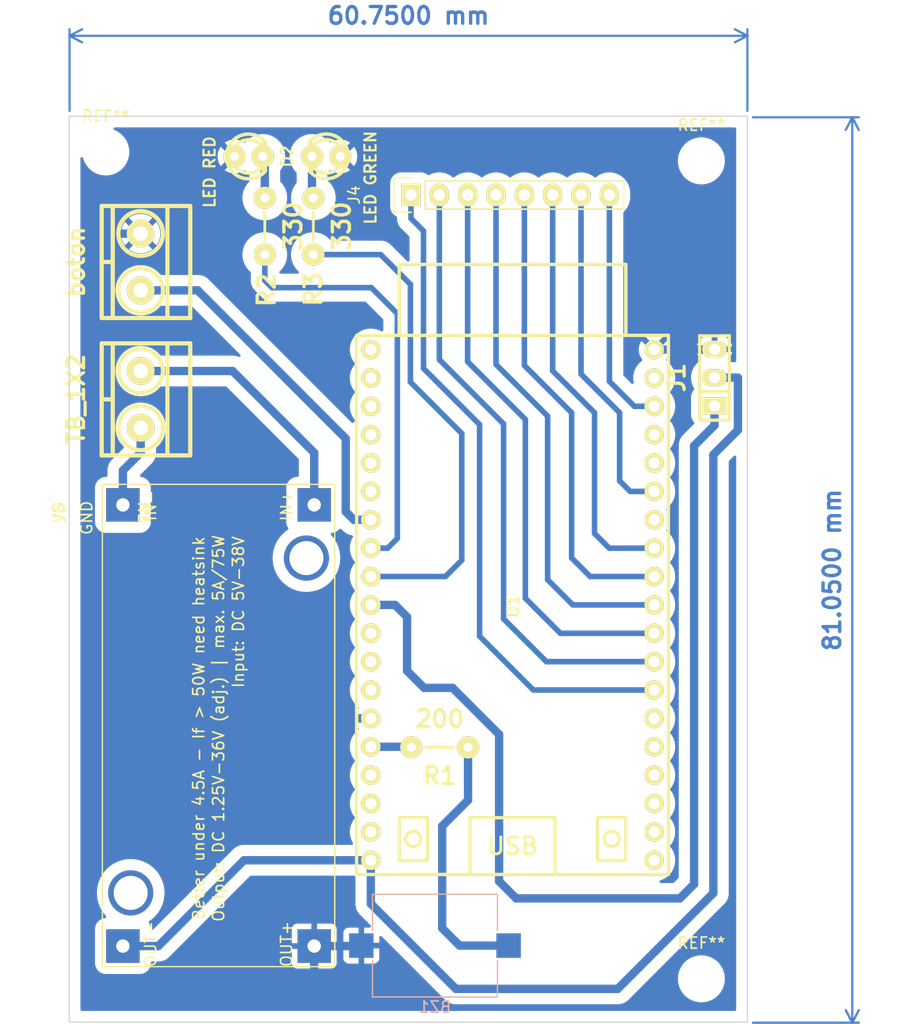
<source format=kicad_pcb>
(kicad_pcb (version 20211014) (generator pcbnew)
  (layers (0 "F.Cu" signal) (31 "B.Cu" signal) (34 "B.Paste" user) (35 "F.Paste" user) (36 "B.SilkS" user "B.Silkscreen") (37 "F.SilkS" user "F.Silkscreen") (38 "B.Mask" user) (39 "F.Mask" user) (44 "Edge.Cuts" user))
  (net 0 "")
  (net 1 "Net-(BZ1-Pad1)")
  (net 2 "GND")
  (net 3 "Net-(D1-Pad2)")
  (net 4 "Net-(D2-Pad2)")
  (net 5 "Net-(J1-Pad1)")
  (net 6 "/5V")
  (net 7 "Net-(J2-Pad2)")
  (net 8 "Net-(J3-Pad1)")
  (net 9 "Net-(J3-Pad2)")
  (net 10 "Net-(J4-Pad1)")
  (net 11 "Net-(J4-Pad2)")
  (net 12 "Net-(J4-Pad3)")
  (net 13 "Net-(J4-Pad4)")
  (net 14 "Net-(J4-Pad5)")
  (net 15 "Net-(J4-Pad6)")
  (net 16 "Net-(J4-Pad7)")
  (net 17 "Net-(J4-Pad8)")
  (net 18 "Net-(R2-Pad2)")
  (net 19 "Net-(R3-Pad2)")
  (net 40 "Net-(U1-Pad15)")
  (footprint "EESTN5:led_3mm_red" (layer "F.Cu") (at 134.425 54.975 90)
    (fp_text reference "D1" hide)
    (fp_text value "LED RED" (at -1.4 -3.5 90) (layer "F.SilkS") (effects (font (thickness 0.2))))
    (fp_line (start -1.50114 1.30048) (end 1.50114 1.30048) (layer "F.SilkS") (width 0.29972))
    (fp_line (start -1.30048 1.50114) (end 1.30048 1.50114) (layer "F.SilkS") (width 0.29972))
    (fp_arc (start -1.99898 0) (mid -1.413492 -1.413492) (end 0 -1.99898) (layer "F.SilkS") (width 0.29972))
    (fp_arc (start 1.50876 -1.31064) (mid 1.993617 0.140092) (end 1.31064 1.50876) (layer "F.SilkS") (width 0.29972))
    (fp_arc (start -1.33096 1.50114) (mid -2.002597 0.120335) (end -1.50114 -1.33096) (layer "F.SilkS") (width 0.29972))
    (fp_arc (start 0 -1.99898) (mid 1.413492 -1.413492) (end 1.99898 0) (layer "F.SilkS") (width 0.29972))
    (fp_circle (center 0 0) (end -1.50114 0) (layer "F.SilkS") (width 0.29972) (fill none))
    (pad "1" thru_hole circle locked (at 0 -1.27 90) (size 1.99898 1.99898) (drill 0.8001) (layers *.Cu *.Mask "F.SilkS") (net 2 "GND"))
    (pad "2" thru_hole circle locked (at 0 1.27 90) (size 1.99898 1.99898) (drill 0.8001) (layers *.Cu *.Mask "F.SilkS") (net 3 "Net-(D1-Pad2)"))
  )
  (footprint "Step Down:XL4005_DC-DC" (layer "F.Cu") (at 121.31575 84.33 -90)
    (fp_text reference "J5" (at 2.54 3.81 -90) (layer "F.SilkS"))
    (fp_text value "XL4005_DC-DC")
    (fp_text user "IN-" (at 1.905 -4.318 -90) (layer "F.SilkS"))
    (fp_text user "GND" (at 3 1.4 -90) (layer "F.SilkS"))
    (fp_text user "OUT+" (at 41.148 -16.51 -90) (layer "F.SilkS"))
    (fp_text user "OUT-" (at 41.148 -4.318 -90) (layer "F.SilkS"))
    (fp_text user "VO" (at 2.5 3.9 -90) (layer "F.SilkS"))
    (fp_text user "EN" (at 2.5 -3.8 -90) (layer "F.SilkS"))
    (fp_text user "Output: DC 1.25V-36V (adj.) | max. 5A/75W" (at 21.844 -10.414 -90) (layer "F.SilkS"))
    (fp_text user "Better under 4.5A - If > 50W need heatsink" (at 21.844 -8.636 -90) (layer "F.SilkS"))
    (fp_text user "Input: DC 5V-38V" (at 11.43 -12.192 -90) (layer "F.SilkS"))
    (fp_text user "IN+" (at 1.905 -16.51 -90) (layer "F.SilkS"))
    (fp_line (start 43.18 0) (end 0 0) (layer "F.SilkS") (width 0.12))
    (fp_line (start 43.18 -20.828) (end 43.18 0) (layer "F.SilkS") (width 0.12))
    (fp_line (start 0 -20.828) (end 43.18 -20.828) (layer "F.SilkS") (width 0.12))
    (fp_line (start 0 0) (end 0 -20.828) (layer "F.SilkS") (width 0.12))
    (pad "" thru_hole circle locked (at 36.576 -2.54 270) (size 4.048 4.048) (drill 3.048) (layers *.Cu *.Mask))
    (pad "" thru_hole circle locked (at 6.604 -18.288 270) (size 4.048 4.048) (drill 3.048) (layers *.Cu *.Mask))
    (pad "1" thru_hole rect locked (at 1.8415 -18.9865 270) (size 3 3) (drill 1.2) (layers *.Cu *.Mask) (net 8 "Net-(J3-Pad1)"))
    (pad "2" thru_hole rect locked (at 1.8415 -1.8415 270) (size 3 3) (drill 1.2) (layers *.Cu *.Mask) (net 9 "Net-(J3-Pad2)"))
    (pad "3" thru_hole rect locked (at 41.3385 -18.9865 270) (size 3 3) (drill 1.2) (layers *.Cu *.Mask) (net 2 "GND"))
    (pad "4" thru_hole rect locked (at 41.3385 -1.8415 270) (size 3 3) (drill 1.2) (layers *.Cu *.Mask) (net 6 "/5V"))
  )
  (footprint "EESTN5:RES0.2" (layer "F.Cu") (at 135.875 61.225 -90)
    (fp_text reference "R2" (at 5.7 -0.15 90) (layer "F.SilkS") (effects (font (size 1.524 1.524) (thickness 0.3048))))
    (fp_text value "330" (at 0 -2.54 90) (layer "F.SilkS") (effects (font (size 1.524 1.524) (thickness 0.3048))))
    (fp_line (start -1.27 0) (end 1.27 0) (layer "F.SilkS") (width 0.254))
    (fp_circle (center -2.54 0) (end -2.159 0) (layer "F.SilkS") (width 0.3048) (fill none))
    (pad "1" thru_hole circle locked (at -2.54 0 270) (size 1.99898 1.99898) (drill 0.8001) (layers *.Cu *.Mask "F.SilkS") (net 3 "Net-(D1-Pad2)"))
    (pad "2" thru_hole circle locked (at 2.54 0 270) (size 1.99898 1.99898) (drill 0.8001) (layers *.Cu *.Mask "F.SilkS") (net 18 "Net-(R2-Pad2)"))
  )
  (footprint "EESTN5:RES0.2" (layer "F.Cu") (at 151.55 107.875)
    (fp_text reference "R1" (at 0 2.54) (layer "F.SilkS") (effects (font (size 1.524 1.524) (thickness 0.3048))))
    (fp_text value "200" (at 0 -2.54) (layer "F.SilkS") (effects (font (size 1.524 1.524) (thickness 0.3048))))
    (fp_line (start -1.27 0) (end 1.27 0) (layer "F.SilkS") (width 0.254))
    (fp_circle (center -2.54 0) (end -2.159 0) (layer "F.SilkS") (width 0.3048) (fill none))
    (pad "1" thru_hole circle locked (at -2.54 0) (size 1.99898 1.99898) (drill 0.8001) (layers *.Cu *.Mask "F.SilkS") (net 40 "Net-(U1-Pad15)"))
    (pad "2" thru_hole circle locked (at 2.54 0) (size 1.99898 1.99898) (drill 0.8001) (layers *.Cu *.Mask "F.SilkS") (net 1 "Net-(BZ1-Pad1)"))
  )
  (footprint "EESTN5:BORNERA2_AZUL" (layer "F.Cu") (at 124.74875 76.725 -90)
    (fp_text reference "J3" hide)
    (fp_text value "TB_1X2" (at 0 5.8 90) (layer "F.SilkS") (effects (font (size 1.5 1.5) (thickness 0.3))))
    (fp_line (start -4.9835 3.4925) (end 5.0165 3.4925) (layer "F.SilkS") (width 0.381))
    (fp_line (start -5 2.5) (end 5 2.5) (layer "F.SilkS") (width 0.381))
    (fp_line (start -5.0165 -4.445) (end -5.0165 3.4925) (layer "F.SilkS") (width 0.381))
    (fp_line (start 5.0165 -4.445) (end -4.9835 -4.445) (layer "F.SilkS") (width 0.381))
    (fp_line (start 5.0165 3.4925) (end 5.0165 -4.445) (layer "F.SilkS") (width 0.381))
    (fp_line (start 0 2.54) (end 0 3.4845) (layer "F.SilkS") (width 0.381))
    (fp_line (start -5 -2.4) (end 5 -2.4) (layer "F.SilkS") (width 0.381))
    (fp_circle (center 2.55 0) (end 0.55 0) (layer "F.SilkS") (width 0.381) (fill none))
    (fp_circle (center -2.55 0) (end -0.55 0) (layer "F.SilkS") (width 0.381) (fill none))
    (pad "1" thru_hole circle (at -2.54 0 270) (size 2.5 2.5) (drill 1.3) (layers *.Cu *.Mask "F.SilkS") (net 8 "Net-(J3-Pad1)"))
    (pad "2" thru_hole circle (at 2.54 0 270) (size 2.5 2.5) (drill 1.3) (layers *.Cu *.Mask "F.SilkS") (net 9 "Net-(J3-Pad2)"))
  )
  (footprint "EESTN5:ESP32_DEVKITC" (layer "F.Cu") (at 158.075 95.125 -90)
    (fp_text reference "U1" (at 0.127 -0.0635 90) (layer "F.SilkS") (effects (font (size 1.016 1.016) (thickness 0.2032))))
    (fp_text value "ESP32_DEVKITC" hide)
    (fp_text user "USB" (at 21.59 0) (layer "F.SilkS") (effects (font (size 1.524 1.524) (thickness 0.254))))
    (fp_line (start -30.48 -10.16) (end -30.48 10.16) (layer "F.SilkS") (width 0.3048))
    (fp_line (start 19.05 -7.62) (end 22.86 -7.62) (layer "F.SilkS") (width 0.3048))
    (fp_line (start 22.86 -7.62) (end 22.86 -10.16) (layer "F.SilkS") (width 0.3048))
    (fp_line (start 19.05 -10.16) (end 19.05 -7.62) (layer "F.SilkS") (width 0.3048))
    (fp_line (start 24.13 -3.81) (end 19.05 -3.81) (layer "F.SilkS") (width 0.3048))
    (fp_line (start -30.48 -10.16) (end -24.13 -10.16) (layer "F.SilkS") (width 0.3048))
    (fp_line (start -24.13 -13.97) (end -24.13 13.97) (layer "F.SilkS") (width 0.3048))
    (fp_line (start 19.05 7.62) (end 22.86 7.62) (layer "F.SilkS") (width 0.3048))
    (fp_line (start 19.05 -3.81) (end 19.05 3.81) (layer "F.SilkS") (width 0.3048))
    (fp_line (start -24.13 -13.97) (end 24.13 -13.97) (layer "F.SilkS") (width 0.3048))
    (fp_line (start 24.13 13.97) (end -24.13 13.97) (layer "F.SilkS") (width 0.3048))
    (fp_line (start 22.86 7.62) (end 22.86 10.16) (layer "F.SilkS") (width 0.3048))
    (fp_line (start 19.05 10.16) (end 19.05 7.62) (layer "F.SilkS") (width 0.3048))
    (fp_line (start 22.86 10.16) (end 19.05 10.16) (layer "F.SilkS") (width 0.3048))
    (fp_line (start 24.13 13.97) (end 24.13 -13.97) (layer "F.SilkS") (width 0.3048))
    (fp_line (start -30.48 10.16) (end -24.13 10.16) (layer "F.SilkS") (width 0.3048))
    (fp_line (start 19.05 3.81) (end 24.13 3.81) (layer "F.SilkS") (width 0.3048))
    (fp_line (start 22.86 -10.16) (end 19.05 -10.16) (layer "F.SilkS") (width 0.3048))
    (fp_circle (center 20.955 8.89) (end 21.5265 9.271) (layer "F.SilkS") (width 0.3048) (fill none))
    (fp_circle (center 20.955 -8.89) (end 21.5265 -8.509) (layer "F.SilkS") (width 0.3048) (fill none))
    (pad "1" thru_hole circle locked (at -22.86 12.7 270) (size 1.75 1.75) (drill 1) (layers *.Cu *.Mask "F.SilkS"))
    (pad "2" thru_hole circle locked (at -20.32 12.7 270) (size 1.75 1.75) (drill 1) (layers *.Cu *.Mask "F.SilkS"))
    (pad "3" thru_hole circle locked (at -17.78 12.7 270) (size 1.75 1.75) (drill 1) (layers *.Cu *.Mask "F.SilkS"))
    (pad "4" thru_hole circle locked (at -15.24 12.7 270) (size 1.75 1.75) (drill 1) (layers *.Cu *.Mask "F.SilkS"))
    (pad "5" thru_hole circle locked (at -12.7 12.7 270) (size 1.75 1.75) (drill 1) (layers *.Cu *.Mask "F.SilkS"))
    (pad "6" thru_hole circle locked (at -10.16 12.7 270) (size 1.75 1.75) (drill 1) (layers *.Cu *.Mask "F.SilkS"))
    (pad "7" thru_hole circle locked (at -7.62 12.7 270) (size 1.75 1.75) (drill 1) (layers *.Cu *.Mask "F.SilkS") (net 7 "Net-(J2-Pad2)"))
    (pad "8" thru_hole circle locked (at -5.08 12.7 270) (size 1.75 1.75) (drill 1) (layers *.Cu *.Mask "F.SilkS") (net 18 "Net-(R2-Pad2)"))
    (pad "9" thru_hole circle locked (at -2.54 12.7 270) (size 1.75 1.75) (drill 1) (layers *.Cu *.Mask "F.SilkS") (net 19 "Net-(R3-Pad2)"))
    (pad "10" thru_hole circle locked (at 0 12.7 270) (size 1.75 1.75) (drill 1) (layers *.Cu *.Mask "F.SilkS") (net 5 "Net-(J1-Pad1)"))
    (pad "11" thru_hole circle locked (at 2.54 12.7 270) (size 1.75 1.75) (drill 1) (layers *.Cu *.Mask "F.SilkS"))
    (pad "12" thru_hole circle locked (at 5.08 12.7 270) (size 1.75 1.75) (drill 1) (layers *.Cu *.Mask "F.SilkS"))
    (pad "13" thru_hole circle locked (at 7.62 12.7 270) (size 1.75 1.75) (drill 1) (layers *.Cu *.Mask "F.SilkS"))
    (pad "14" thru_hole circle locked (at 10.16 12.7 270) (size 1.75 1.75) (drill 1) (layers *.Cu *.Mask "F.SilkS") (net 2 "GND"))
    (pad "15" thru_hole circle locked (at 12.7 12.7 270) (size 1.75 1.75) (drill 1) (layers *.Cu *.Mask "F.SilkS") (net 40 "Net-(U1-Pad15)"))
    (pad "16" thru_hole circle locked (at 15.24 12.7 270) (size 1.75 1.75) (drill 1) (layers *.Cu *.Mask "F.SilkS"))
    (pad "17" thru_hole circle locked (at 17.78 12.7 270) (size 1.75 1.75) (drill 1) (layers *.Cu *.Mask "F.SilkS"))
    (pad "18" thru_hole circle locked (at 20.32 12.7 270) (size 1.75 1.75) (drill 1) (layers *.Cu *.Mask "F.SilkS"))
    (pad "19" thru_hole circle locked (at 22.86 12.7 270) (size 1.75 1.75) (drill 1) (layers *.Cu *.Mask "F.SilkS") (net 6 "/5V"))
    (pad "20" thru_hole circle locked (at 22.86 -12.7 90) (size 1.75 1.75) (drill 1) (layers *.Cu *.Mask "F.SilkS"))
    (pad "21" thru_hole circle locked (at 20.32 -12.7 90) (size 1.75 1.75) (drill 1) (layers *.Cu *.Mask "F.SilkS"))
    (pad "22" thru_hole circle locked (at 17.78 -12.7 90) (size 1.75 1.75) (drill 1) (layers *.Cu *.Mask "F.SilkS"))
    (pad "23" thru_hole circle locked (at 15.24 -12.7 90) (size 1.75 1.75) (drill 1) (layers *.Cu *.Mask "F.SilkS"))
    (pad "24" thru_hole circle locked (at 12.7 -12.7 90) (size 1.75 1.75) (drill 1) (layers *.Cu *.Mask "F.SilkS"))
    (pad "25" thru_hole circle locked (at 10.16 -12.7 90) (size 1.75 1.75) (drill 1) (layers *.Cu *.Mask "F.SilkS"))
    (pad "26" thru_hole circle locked (at 7.62 -12.7 90) (size 1.75 1.75) (drill 1) (layers *.Cu *.Mask "F.SilkS") (net 10 "Net-(J4-Pad1)"))
    (pad "27" thru_hole circle locked (at 5.08 -12.7 90) (size 1.75 1.75) (drill 1) (layers *.Cu *.Mask "F.SilkS") (net 11 "Net-(J4-Pad2)"))
    (pad "28" thru_hole circle locked (at 2.54 -12.7 90) (size 1.75 1.75) (drill 1) (layers *.Cu *.Mask "F.SilkS") (net 12 "Net-(J4-Pad3)"))
    (pad "29" thru_hole circle locked (at 0 -12.7 90) (size 1.75 1.75) (drill 1) (layers *.Cu *.Mask "F.SilkS") (net 13 "Net-(J4-Pad4)"))
    (pad "30" thru_hole circle locked (at -2.54 -12.7 90) (size 1.75 1.75) (drill 1) (layers *.Cu *.Mask "F.SilkS") (net 14 "Net-(J4-Pad5)"))
    (pad "31" thru_hole circle locked (at -5.08 -12.7 90) (size 1.75 1.75) (drill 1) (layers *.Cu *.Mask "F.SilkS") (net 15 "Net-(J4-Pad6)"))
    (pad "32" thru_hole circle locked (at -7.62 -12.7 90) (size 1.75 1.75) (drill 1) (layers *.Cu *.Mask "F.SilkS") (net 2 "GND"))
    (pad "33" thru_hole circle locked (at -10.16 -12.7 90) (size 1.75 1.75) (drill 1) (layers *.Cu *.Mask "F.SilkS") (net 16 "Net-(J4-Pad7)"))
    (pad "34" thru_hole circle locked (at -12.7 -12.7 90) (size 1.75 1.75) (drill 1) (layers *.Cu *.Mask "F.SilkS"))
    (pad "35" thru_hole circle locked (at -15.24 -12.7 90) (size 1.75 1.75) (drill 1) (layers *.Cu *.Mask "F.SilkS"))
    (pad "36" thru_hole circle locked (at -17.78 -12.7 90) (size 1.75 1.75) (drill 1) (layers *.Cu *.Mask "F.SilkS") (net 17 "Net-(J4-Pad8)"))
    (pad "37" thru_hole circle locked (at -20.32 -12.7 90) (size 1.75 1.75) (drill 1) (layers *.Cu *.Mask "F.SilkS"))
    (pad "38" thru_hole circle locked (at -22.86 -12.7 90) (size 1.75 1.75) (drill 1) (layers *.Cu *.Mask "F.SilkS") (net 2 "GND"))
  )
  (footprint "EESTN5:Pin_Header_3" (layer "F.Cu") (at 176.175 74.775 90)
    (fp_text reference "J1" (at 0 -3.4 90) (layer "F.SilkS") (effects (font (size 1.5 1.5) (thickness 0.3))))
    (fp_text value "servo" hide)
    (fp_line (start 3.81 -1.27) (end 3.81 1.27) (layer "F.SilkS") (width 0.15))
    (fp_line (start -3.81 1.27) (end -3.81 -1.27) (layer "F.SilkS") (width 0.3048))
    (fp_line (start -1.27 -1.27) (end -1.27 1.27) (layer "F.SilkS") (width 0.3048))
    (fp_line (start 3.683 1.27) (end 3.683 -1.27) (layer "F.SilkS") (width 0.15))
    (fp_line (start -3.81 -1.397) (end 3.81 -1.397) (layer "F.SilkS") (width 0.15))
    (fp_line (start 3.81 -1.27) (end -3.81 -1.27) (layer "F.SilkS") (width 0.15))
    (fp_line (start 3.81 1.397) (end -3.81 1.397) (layer "F.SilkS") (width 0.15))
    (fp_line (start 3.81 1.27) (end -3.81 1.27) (layer "F.SilkS") (width 0.15))
    (fp_line (start 3.81 1.016) (end 3.81 1.397) (layer "F.SilkS") (width 0.15))
    (fp_line (start 3.81 -1.397) (end 3.81 -1.143) (layer "F.SilkS") (width 0.15))
    (pad "1" thru_hole rect locked (at -2.54 0 90) (size 1.524 2.19964) (drill 1.00076) (layers *.Cu *.Mask "F.SilkS") (net 5 "Net-(J1-Pad1)"))
    (pad "2" thru_hole oval locked (at 0 0 90) (size 1.524 2.19964) (drill 1.00076) (layers *.Cu *.Mask "F.SilkS") (net 6 "/5V"))
    (pad "3" thru_hole oval locked (at 2.54 0 90) (size 1.524 2.19964) (drill 1.00076) (layers *.Cu *.Mask "F.SilkS") (net 2 "GND"))
  )
  (footprint "MountingHole:MountingHole_2.2mm_M2" (layer "F.Cu") (at 175 128.6)
    (fp_text reference "REF**" (at 0 -3.2) (layer "F.SilkS"))
    (fp_text value "MountingHole_2.2mm_M2")
    (pad "" np_thru_hole circle (at 0 0) (size 2.2 2.2) (drill 2.2) (layers *.Cu *.Mask))
  )
  (footprint "MountingHole:MountingHole_2.2mm_M2" (layer "F.Cu") (at 175 55.375)
    (fp_text reference "REF**" (at 0 -3.2) (layer "F.SilkS"))
    (fp_text value "MountingHole_2.2mm_M2")
    (pad "" np_thru_hole circle (at 0 0) (size 2.2 2.2) (drill 2.2) (layers *.Cu *.Mask))
  )
  (footprint "MountingHole:MountingHole_2.2mm_M2" (layer "F.Cu") (at 121.625 54.575)
    (fp_text reference "REF**" (at 0 -3.2) (layer "F.SilkS"))
    (fp_text value "MountingHole_2.2mm_M2")
    (pad "" np_thru_hole circle (at 0 0) (size 2.2 2.2) (drill 2.2) (layers *.Cu *.Mask))
  )
  (footprint "EESTN5:Pin_Header_Straight_1x08" (layer "F.Cu") (at 148.975 58.425 90)
    (fp_text reference "J4" (at 0 -5.1 90) (layer "F.SilkS"))
    (fp_text value "teclado num 4x4")
    (fp_line (start 1.55 -1.55) (end 1.55 0) (layer "F.SilkS") (width 0.15))
    (fp_line (start 1.27 1.27) (end 1.27 19.05) (layer "F.SilkS") (width 0.15))
    (fp_line (start 1.27 1.27) (end -1.27 1.27) (layer "F.SilkS") (width 0.15))
    (fp_line (start -1.55 -1.55) (end 1.55 -1.55) (layer "F.SilkS") (width 0.15))
    (fp_line (start -1.55 0) (end -1.55 -1.55) (layer "F.SilkS") (width 0.15))
    (fp_line (start -1.27 19.05) (end -1.27 1.27) (layer "F.SilkS") (width 0.15))
    (fp_line (start 1.27 19.05) (end -1.27 19.05) (layer "F.SilkS") (width 0.15))
    (pad "1" thru_hole rect locked (at 0 0 90) (size 2.032 1.7272) (drill 1.016) (layers *.Cu *.Mask "F.SilkS") (net 10 "Net-(J4-Pad1)"))
    (pad "2" thru_hole oval locked (at 0 2.54 90) (size 2.032 1.7272) (drill 1.016) (layers *.Cu *.Mask "F.SilkS") (net 11 "Net-(J4-Pad2)"))
    (pad "3" thru_hole oval locked (at 0 5.08 90) (size 2.032 1.7272) (drill 1.016) (layers *.Cu *.Mask "F.SilkS") (net 12 "Net-(J4-Pad3)"))
    (pad "4" thru_hole oval locked (at 0 7.62 90) (size 2.032 1.7272) (drill 1.016) (layers *.Cu *.Mask "F.SilkS") (net 13 "Net-(J4-Pad4)"))
    (pad "5" thru_hole oval locked (at 0 10.16 90) (size 2.032 1.7272) (drill 1.016) (layers *.Cu *.Mask "F.SilkS") (net 14 "Net-(J4-Pad5)"))
    (pad "6" thru_hole oval locked (at 0 12.7 90) (size 2.032 1.7272) (drill 1.016) (layers *.Cu *.Mask "F.SilkS") (net 15 "Net-(J4-Pad6)"))
    (pad "7" thru_hole oval locked (at 0 15.24 90) (size 2.032 1.7272) (drill 1.016) (layers *.Cu *.Mask "F.SilkS") (net 16 "Net-(J4-Pad7)"))
    (pad "8" thru_hole oval locked (at 0 17.78 90) (size 2.032 1.7272) (drill 1.016) (layers *.Cu *.Mask "F.SilkS") (net 17 "Net-(J4-Pad8)"))
  )
  (footprint "EESTN5:RES0.2" (layer "F.Cu") (at 140.225 61.225 -90)
    (fp_text reference "R3" (at 5.65 0 90) (layer "F.SilkS") (effects (font (size 1.524 1.524) (thickness 0.3048))))
    (fp_text value "330" (at 0 -2.54 90) (layer "F.SilkS") (effects (font (size 1.524 1.524) (thickness 0.3048))))
    (fp_line (start -1.27 0) (end 1.27 0) (layer "F.SilkS") (width 0.254))
    (fp_circle (center -2.54 0) (end -2.159 0) (layer "F.SilkS") (width 0.3048) (fill none))
    (pad "1" thru_hole circle locked (at -2.54 0 270) (size 1.99898 1.99898) (drill 0.8001) (layers *.Cu *.Mask "F.SilkS") (net 4 "Net-(D2-Pad2)"))
    (pad "2" thru_hole circle locked (at 2.54 0 270) (size 1.99898 1.99898) (drill 0.8001) (layers *.Cu *.Mask "F.SilkS") (net 19 "Net-(R3-Pad2)"))
  )
  (footprint "EESTN5:led_3mm_green" (layer "F.Cu") (at 141.375 54.975 -90)
    (fp_text reference "D2" (at 0 3.5 90) (layer "F.SilkS") (effects (font (thickness 0.2))))
    (fp_text value "LED GREEN" (at 1.9 -3.97 90) (layer "F.SilkS") (effects (font (thickness 0.2))))
    (fp_line (start -1.30048 1.50114) (end 1.30048 1.50114) (layer "F.SilkS") (width 0.29972))
    (fp_line (start -1.50114 1.30048) (end 1.50114 1.30048) (layer "F.SilkS") (width 0.29972))
    (fp_arc (start 0 -1.99898) (mid 1.413492 -1.413492) (end 1.99898 0) (layer "F.SilkS") (width 0.29972))
    (fp_arc (start -1.33096 1.50114) (mid -2.002597 0.120335) (end -1.50114 -1.33096) (layer "F.SilkS") (width 0.29972))
    (fp_arc (start -1.99898 0) (mid -1.413492 -1.413492) (end 0 -1.99898) (layer "F.SilkS") (width 0.29972))
    (fp_arc (start 1.50876 -1.31064) (mid 1.993617 0.140092) (end 1.31064 1.50876) (layer "F.SilkS") (width 0.29972))
    (fp_circle (center 0 0) (end -1.50114 0) (layer "F.SilkS") (width 0.29972) (fill none))
    (pad "1" thru_hole circle locked (at 0 -1.27 270) (size 1.99898 1.99898) (drill 0.8001) (layers *.Cu *.Mask "F.SilkS") (net 2 "GND"))
    (pad "2" thru_hole circle locked (at 0 1.27 270) (size 1.99898 1.99898) (drill 0.8001) (layers *.Cu *.Mask "F.SilkS") (net 4 "Net-(D2-Pad2)"))
  )
  (footprint "EESTN5:BORNERA2_AZUL" (layer "F.Cu") (at 124.74875 64.425 -90)
    (fp_text reference "J2" hide)
    (fp_text value "boton" (at 0 5.8 90) (layer "F.SilkS") (effects (font (size 1.5 1.5) (thickness 0.3))))
    (fp_line (start 5.0165 -4.445) (end -4.9835 -4.445) (layer "F.SilkS") (width 0.381))
    (fp_line (start 0 2.54) (end 0 3.4845) (layer "F.SilkS") (width 0.381))
    (fp_line (start -4.9835 3.4925) (end 5.0165 3.4925) (layer "F.SilkS") (width 0.381))
    (fp_line (start -5.0165 -4.445) (end -5.0165 3.4925) (layer "F.SilkS") (width 0.381))
    (fp_line (start 5.0165 3.4925) (end 5.0165 -4.445) (layer "F.SilkS") (width 0.381))
    (fp_line (start -5 -2.4) (end 5 -2.4) (layer "F.SilkS") (width 0.381))
    (fp_line (start -5 2.5) (end 5 2.5) (layer "F.SilkS") (width 0.381))
    (fp_circle (center 2.55 0) (end 0.55 0) (layer "F.SilkS") (width 0.381) (fill none))
    (fp_circle (center -2.55 0) (end -0.55 0) (layer "F.SilkS") (width 0.381) (fill none))
    (pad "1" thru_hole circle (at -2.54 0 270) (size 2.5 2.5) (drill 1.3) (layers *.Cu *.Mask "F.SilkS") (net 2 "GND"))
    (pad "2" thru_hole circle (at 2.54 0 270) (size 2.5 2.5) (drill 1.3) (layers *.Cu *.Mask "F.SilkS") (net 7 "Net-(J2-Pad2)"))
  )
  (footprint "Buzzer_Beeper:Buzzer_Mallory_AST1109MLTRQ" (layer "B.Cu") (at 151.125 125.625 180)
    (fp_text reference "BZ1" (at 0 -5.5) (layer "B.SilkS") (effects (justify mirror)))
    (fp_text value "Buzzer")
    (fp_line (start 5.6 -1.35) (end 5.6 -4.6) (layer "B.SilkS") (width 0.12))
    (fp_line (start -5.6 1.35) (end -5.6 4.6) (layer "B.SilkS") (width 0.12))
    (fp_line (start -5.6 4.6) (end 5.6 4.6) (layer "B.SilkS") (width 0.12))
    (fp_line (start -5.6 -4.6) (end -5.6 -1.35) (layer "B.SilkS") (width 0.12))
    (fp_line (start 5.6 4.6) (end 5.6 1.35) (layer "B.SilkS") (width 0.12))
    (fp_line (start 5.6 -4.6) (end -5.6 -4.6) (layer "B.SilkS") (width 0.12))
    (pad "1" smd rect (at -6.6 0 180) (size 2.2 2.2) (layers "B.Cu" "B.Paste" "B.Mask") (net 1 "Net-(BZ1-Pad1)"))
    (pad "2" smd rect (at 6.6 0 180) (size 2.2 2.2) (layers "B.Cu" "B.Paste" "B.Mask") (net 2 "GND"))
  )
  (gr_rect (start 118.35 51.375) (end 179.125 132.475) (layer "Edge.Cuts") (width 0.1) (fill none))
  (dimension (type aligned) (layer "B.Cu") (pts (xy 118.375 51.4) (xy 179.125 51.4)) (height -7.225) (gr_text "60,7500 mm" (at 148.75 42.375) (layer "B.Cu") (effects (font (size 1.5 1.5) (thickness 0.3)))) (format (units 3) (units_format 1) (precision 4)) (style (thickness 0.2) (arrow_length 1.27) (text_position_mode 0) (extension_height 0.58642) (extension_offset 0.5) keep_text_aligned))
  (dimension (type aligned) (layer "B.Cu") (pts (xy 179.125 51.475) (xy 179.125 132.525)) (height -9.4) (gr_text "81,0500 mm" (at 186.725 92 90) (layer "B.Cu") (effects (font (size 1.5 1.5) (thickness 0.3)))) (format (units 3) (units_format 1) (precision 4)) (style (thickness 0.2) (arrow_length 1.27) (text_position_mode 0) (extension_height 0.58642) (extension_offset 0.5) keep_text_aligned))
  (segment (start 153.325 125.625) (end 157.725 125.625) (width 0.75) (layer "B.Cu") (net 1))
  (segment (start 151.775 124.075) (end 153.325 125.625) (width 0.75) (layer "B.Cu") (net 1))
  (segment (start 154.09 112.61) (end 151.775 114.925) (width 0.75) (layer "B.Cu") (net 1))
  (segment (start 151.775 114.925) (end 151.775 124.075) (width 0.75) (layer "B.Cu") (net 1))
  (segment (start 154.09 107.875) (end 154.09 112.61) (width 0.75) (layer "B.Cu") (net 1))
  (segment (start 144.4815 125.6685) (end 144.525 125.625) (width 0.75) (layer "B.Cu") (net 2))
  (segment (start 120.075 64.575) (end 122.765 61.885) (width 0.75) (layer "B.Cu") (net 2))
  (segment (start 120.075 113.675) (end 128.465 105.285) (width 0.75) (layer "B.Cu") (net 2))
  (segment (start 122.765 61.885) (end 124.74875 61.885) (width 0.75) (layer "B.Cu") (net 2))
  (segment (start 120.075 127.675) (end 120.075 113.675) (width 0.75) (layer "B.Cu") (net 2))
  (segment (start 120.075 113.675) (end 120.075 64.575) (width 0.75) (layer "B.Cu") (net 2))
  (segment (start 128.465 105.285) (end 145.375 105.285) (width 0.75) (layer "B.Cu") (net 2))
  (segment (start 121.275 128.875) (end 120.075 127.675) (width 0.75) (layer "B.Cu") (net 2))
  (segment (start 176.145 72.265) (end 176.175 72.235) (width 0.75) (layer "B.Cu") (net 2))
  (segment (start 140.075 128.875) (end 121.275 128.875) (width 0.75) (layer "B.Cu") (net 2))
  (segment (start 140.30225 128.64775) (end 140.075 128.875) (width 0.75) (layer "B.Cu") (net 2))
  (segment (start 170.775 72.265) (end 176.145 72.265) (width 0.75) (layer "B.Cu") (net 2))
  (segment (start 140.30225 125.6685) (end 144.4815 125.6685) (width 0.75) (layer "B.Cu") (net 2))
  (segment (start 140.30225 125.6685) (end 140.30225 128.64775) (width 0.75) (layer "B.Cu") (net 2))
  (segment (start 135.695 58.505) (end 135.875 58.685) (width 0.75) (layer "B.Cu") (net 3))
  (segment (start 135.875 55.155) (end 135.695 54.975) (width 0.75) (layer "B.Cu") (net 3))
  (segment (start 135.875 58.685) (end 135.875 55.155) (width 0.75) (layer "B.Cu") (net 3))
  (segment (start 140.105 58.565) (end 140.225 58.685) (width 0.75) (layer "B.Cu") (net 4))
  (segment (start 140.105 54.975) (end 140.105 58.565) (width 0.75) (layer "B.Cu") (net 4))
  (segment (start 174.35 80.875) (end 174.35 120.125) (width 0.75) (layer "B.Cu") (net 5))
  (segment (start 150.15 102.55) (end 148.625 101.025) (width 0.75) (layer "B.Cu") (net 5))
  (segment (start 156.875 106.725) (end 152.7 102.55) (width 0.75) (layer "B.Cu") (net 5))
  (segment (start 152.7 102.55) (end 150.15 102.55) (width 0.75) (layer "B.Cu") (net 5))
  (segment (start 176.175 77.315) (end 176.175 79.05) (width 0.75) (layer "B.Cu") (net 5))
  (segment (start 148.625 96.2) (end 147.55 95.125) (width 0.75) (layer "B.Cu") (net 5))
  (segment (start 173.075 121.4) (end 158.4 121.4) (width 0.75) (layer "B.Cu") (net 5))
  (segment (start 147.55 95.125) (end 145.375 95.125) (width 0.75) (layer "B.Cu") (net 5))
  (segment (start 158.4 121.4) (end 156.875 119.875) (width 0.75) (layer "B.Cu") (net 5))
  (segment (start 148.625 101.025) (end 148.625 96.2) (width 0.75) (layer "B.Cu") (net 5))
  (segment (start 176.175 79.05) (end 174.35 80.875) (width 0.75) (layer "B.Cu") (net 5))
  (segment (start 174.35 120.125) (end 173.075 121.4) (width 0.75) (layer "B.Cu") (net 5))
  (segment (start 156.875 119.875) (end 156.875 106.725) (width 0.75) (layer "B.Cu") (net 5))
  (segment (start 134.015 117.985) (end 145.375 117.985) (width 0.75) (layer "B.Cu") (net 6))
  (segment (start 178.275 79.475) (end 178.275 74.775) (width 0.75) (layer "B.Cu") (net 6))
  (segment (start 167.5 129.5) (end 176.075 120.925) (width 0.75) (layer "B.Cu") (net 6))
  (segment (start 145.375 117.985) (end 145.375 121.875) (width 0.75) (layer "B.Cu") (net 6))
  (segment (start 153 129.5) (end 167.5 129.5) (width 0.75) (layer "B.Cu") (net 6))
  (segment (start 176.075 120.925) (end 176.075 81.675) (width 0.75) (layer "B.Cu") (net 6))
  (segment (start 176.075 81.675) (end 178.275 79.475) (width 0.75) (layer "B.Cu") (net 6))
  (segment (start 126.3315 125.6685) (end 134.015 117.985) (width 0.75) (layer "B.Cu") (net 6))
  (segment (start 145.375 121.875) (end 153 129.5) (width 0.75) (layer "B.Cu") (net 6))
  (segment (start 123.15725 125.6685) (end 126.3315 125.6685) (width 0.75) (layer "B.Cu") (net 6))
  (segment (start 178.275 74.775) (end 176.175 74.775) (width 0.75) (layer "B.Cu") (net 6))
  (segment (start 143.125 86.775) (end 143.875 87.525) (width 0.75) (layer "B.Cu") (net 7))
  (segment (start 143.125 80.225) (end 143.125 86.775) (width 0.75) (layer "B.Cu") (net 7))
  (segment (start 143.875 87.525) (end 143.895 87.505) (width 0.75) (layer "B.Cu") (net 7))
  (segment (start 124.74875 66.965) (end 129.865 66.965) (width 0.75) (layer "B.Cu") (net 7))
  (segment (start 143.895 87.505) (end 145.375 87.505) (width 0.75) (layer "B.Cu") (net 7))
  (segment (start 129.865 66.965) (end 143.125 80.225) (width 0.75) (layer "B.Cu") (net 7))
  (segment (start 140.30225 81.50225) (end 140.30225 86.1715) (width 0.75) (layer "B.Cu") (net 8))
  (segment (start 124.74875 74.185) (end 132.985 74.185) (width 0.75) (layer "B.Cu") (net 8))
  (segment (start 132.985 74.185) (end 140.30225 81.50225) (width 0.75) (layer "B.Cu") (net 8))
  (segment (start 123.15725 83.09275) (end 123.15725 86.1715) (width 0.75) (layer "B.Cu") (net 9))
  (segment (start 124.74875 79.265) (end 124.74875 81.50125) (width 0.75) (layer "B.Cu") (net 9))
  (segment (start 124.74875 81.50125) (end 123.15725 83.09275) (width 0.75) (layer "B.Cu") (net 9))
  (segment (start 150.1 73.95) (end 155.125 78.975) (width 0.5) (layer "B.Cu") (net 10))
  (segment (start 148.975 60.525) (end 150.1 61.65) (width 0.5) (layer "B.Cu") (net 10))
  (segment (start 155.125 78.975) (end 155.125 97.925) (width 0.5) (layer "B.Cu") (net 10))
  (segment (start 148.975 58.425) (end 148.975 60.525) (width 0.5) (layer "B.Cu") (net 10))
  (segment (start 159.945 102.745) (end 170.775 102.745) (width 0.5) (layer "B.Cu") (net 10))
  (segment (start 155.125 97.925) (end 159.945 102.745) (width 0.5) (layer "B.Cu") (net 10))
  (segment (start 150.1 61.65) (end 150.1 73.95) (width 0.5) (layer "B.Cu") (net 10))
  (segment (start 157.275 78.925) (end 157.275 96.375) (width 0.5) (layer "B.Cu") (net 11))
  (segment (start 151.515 58.425) (end 151.515 73.165) (width 0.5) (layer "B.Cu") (net 11))
  (segment (start 157.275 96.375) (end 161.105 100.205) (width 0.5) (layer "B.Cu") (net 11))
  (segment (start 151.515 73.165) (end 157.275 78.925) (width 0.5) (layer "B.Cu") (net 11))
  (segment (start 161.105 100.205) (end 170.775 100.205) (width 0.5) (layer "B.Cu") (net 11))
  (segment (start 154.055 73.355) (end 159.225 78.525) (width 0.5) (layer "B.Cu") (net 12))
  (segment (start 154.055 58.425) (end 154.055 73.355) (width 0.5) (layer "B.Cu") (net 12))
  (segment (start 159.225 94.525) (end 162.365 97.665) (width 0.5) (layer "B.Cu") (net 12))
  (segment (start 162.365 97.665) (end 170.775 97.665) (width 0.5) (layer "B.Cu") (net 12))
  (segment (start 159.225 78.525) (end 159.225 94.525) (width 0.5) (layer "B.Cu") (net 12))
  (segment (start 161.225 78.225) (end 161.225 92.875) (width 0.5) (layer "B.Cu") (net 13))
  (segment (start 156.595 58.425) (end 156.595 73.595) (width 0.5) (layer "B.Cu") (net 13))
  (segment (start 163.475 95.125) (end 170.775 95.125) (width 0.5) (layer "B.Cu") (net 13))
  (segment (start 161.225 92.875) (end 163.475 95.125) (width 0.5) (layer "B.Cu") (net 13))
  (segment (start 156.595 73.595) (end 161.225 78.225) (width 0.5) (layer "B.Cu") (net 13))
  (segment (start 159.135 58.425) (end 159.135 73.685) (width 0.5) (layer "B.Cu") (net 14))
  (segment (start 165.035 92.585) (end 170.775 92.585) (width 0.5) (layer "B.Cu") (net 14))
  (segment (start 159.135 73.685) (end 163.375 77.925) (width 0.5) (layer "B.Cu") (net 14))
  (segment (start 163.375 77.925) (end 163.375 90.925) (width 0.5) (layer "B.Cu") (net 14))
  (segment (start 163.375 90.925) (end 165.035 92.585) (width 0.5) (layer "B.Cu") (net 14))
  (segment (start 161.675 74.175) (end 165.425 77.925) (width 0.5) (layer "B.Cu") (net 15))
  (segment (start 161.675 58.425) (end 161.675 74.175) (width 0.5) (layer "B.Cu") (net 15))
  (segment (start 165.425 77.925) (end 165.425 88.725) (width 0.5) (layer "B.Cu") (net 15))
  (segment (start 166.745 90.045) (end 170.775 90.045) (width 0.5) (layer "B.Cu") (net 15))
  (segment (start 165.425 88.725) (end 166.745 90.045) (width 0.5) (layer "B.Cu") (net 15))
  (segment (start 167.675 84.025) (end 168.615 84.965) (width 0.5) (layer "B.Cu") (net 16))
  (segment (start 168.615 84.965) (end 170.775 84.965) (width 0.5) (layer "B.Cu") (net 16))
  (segment (start 167.675 77.925) (end 167.675 84.025) (width 0.5) (layer "B.Cu") (net 16))
  (segment (start 164.215 74.465) (end 167.675 77.925) (width 0.5) (layer "B.Cu") (net 16))
  (segment (start 164.215 58.425) (end 164.215 74.465) (width 0.5) (layer "B.Cu") (net 16))
  (segment (start 166.755 58.425) (end 166.755 75.105) (width 0.5) (layer "B.Cu") (net 17))
  (segment (start 166.755 75.105) (end 168.995 77.345) (width 0.5) (layer "B.Cu") (net 17))
  (segment (start 168.995 77.345) (end 170.775 77.345) (width 0.5) (layer "B.Cu") (net 17))
  (segment (start 136.525 66.725) (end 145.425 66.725) (width 0.5) (layer "B.Cu") (net 18))
  (segment (start 135.875 66.075) (end 136.525 66.725) (width 0.5) (layer "B.Cu") (net 18))
  (segment (start 146.88 90.045) (end 145.375 90.045) (width 0.5) (layer "B.Cu") (net 18))
  (segment (start 147.75 69.05) (end 147.75 89.175) (width 0.5) (layer "B.Cu") (net 18))
  (segment (start 135.875 63.765) (end 135.875 66.075) (width 0.5) (layer "B.Cu") (net 18))
  (segment (start 145.425 66.725) (end 147.75 69.05) (width 0.5) (layer "B.Cu") (net 18))
  (segment (start 147.75 89.175) (end 146.88 90.045) (width 0.5) (layer "B.Cu") (net 18))
  (segment (start 140.225 63.765) (end 146.265 63.765) (width 0.5) (layer "B.Cu") (net 19))
  (segment (start 148.925 66.425) (end 148.925 75.175) (width 0.5) (layer "B.Cu") (net 19))
  (segment (start 146.265 63.765) (end 148.925 66.425) (width 0.5) (layer "B.Cu") (net 19))
  (segment (start 148.925 75.175) (end 153.525 79.775) (width 0.5) (layer "B.Cu") (net 19))
  (segment (start 152.065 92.585) (end 145.375 92.585) (width 0.5) (layer "B.Cu") (net 19))
  (segment (start 153.525 91.125) (end 152.065 92.585) (width 0.5) (layer "B.Cu") (net 19))
  (segment (start 153.525 79.775) (end 153.525 91.125) (width 0.5) (layer "B.Cu") (net 19))
  (segment (start 145.375 107.825) (end 148.96 107.825) (width 0.75) (layer "B.Cu") (net 40))
  (segment (start 148.96 107.825) (end 149.01 107.875) (width 0.75) (layer "B.Cu") (net 40))
  (zone (net 2) (net_name "GND") (layer "B.Cu") (connect_pads (clearance 1)) (min_thickness 0.254) (fill yes (thermal_gap 0.508) (thermal_bridge_width 0.508))
    (polygon (pts (xy 179.075 132.425) (xy 118.375 132.425) (xy 118.375 51.4) (xy 179.075 51.4)))
  )
)
</source>
